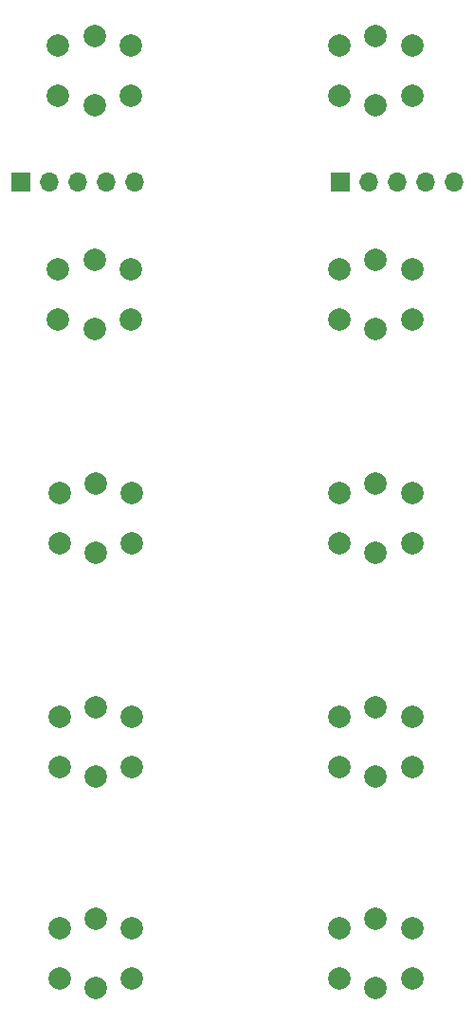
<source format=gbr>
%TF.GenerationSoftware,KiCad,Pcbnew,8.0.2*%
%TF.CreationDate,2024-08-19T17:56:03+02:00*%
%TF.ProjectId,Deck-Btns,4465636b-2d42-4746-9e73-2e6b69636164,rev?*%
%TF.SameCoordinates,Original*%
%TF.FileFunction,Soldermask,Top*%
%TF.FilePolarity,Negative*%
%FSLAX46Y46*%
G04 Gerber Fmt 4.6, Leading zero omitted, Abs format (unit mm)*
G04 Created by KiCad (PCBNEW 8.0.2) date 2024-08-19 17:56:03*
%MOMM*%
%LPD*%
G01*
G04 APERTURE LIST*
%ADD10C,2.000000*%
%ADD11R,1.700000X1.700000*%
%ADD12O,1.700000X1.700000*%
G04 APERTURE END LIST*
D10*
%TO.C,SW10*%
X104371320Y-121628680D03*
X110871320Y-121628680D03*
X104371320Y-126128680D03*
X110871320Y-126128680D03*
X107621320Y-120778680D03*
X107621320Y-126978680D03*
%TD*%
%TO.C,SW9*%
X104371320Y-102750000D03*
X110871320Y-102750000D03*
X104371320Y-107250000D03*
X110871320Y-107250000D03*
X107621320Y-101900000D03*
X107621320Y-108100000D03*
%TD*%
%TO.C,SW8*%
X104371320Y-82750000D03*
X110871320Y-82750000D03*
X104371320Y-87250000D03*
X110871320Y-87250000D03*
X107621320Y-81900000D03*
X107621320Y-88100000D03*
%TD*%
%TO.C,SW7*%
X104371320Y-62750000D03*
X110871320Y-62750000D03*
X104371320Y-67250000D03*
X110871320Y-67250000D03*
X107621320Y-61900000D03*
X107621320Y-68100000D03*
%TD*%
%TO.C,SW6*%
X104371320Y-42750000D03*
X110871320Y-42750000D03*
X104371320Y-47250000D03*
X110871320Y-47250000D03*
X107621320Y-41900000D03*
X107621320Y-48100000D03*
%TD*%
%TO.C,SW5*%
X79371320Y-121628680D03*
X85871320Y-121628680D03*
X79371320Y-126128680D03*
X85871320Y-126128680D03*
X82621320Y-120778680D03*
X82621320Y-126978680D03*
%TD*%
%TO.C,SW4*%
X79371320Y-102750000D03*
X85871320Y-102750000D03*
X79371320Y-107250000D03*
X85871320Y-107250000D03*
X82621320Y-101900000D03*
X82621320Y-108100000D03*
%TD*%
%TO.C,SW3*%
X79371320Y-82750000D03*
X85871320Y-82750000D03*
X79371320Y-87250000D03*
X85871320Y-87250000D03*
X82621320Y-81900000D03*
X82621320Y-88100000D03*
%TD*%
%TO.C,SW2*%
X79250000Y-62750000D03*
X85750000Y-62750000D03*
X79250000Y-67250000D03*
X85750000Y-67250000D03*
X82500000Y-61900000D03*
X82500000Y-68100000D03*
%TD*%
%TO.C,SW1*%
X79250000Y-42750000D03*
X85750000Y-42750000D03*
X79250000Y-47250000D03*
X85750000Y-47250000D03*
X82500000Y-41900000D03*
X82500000Y-48100000D03*
%TD*%
D11*
%TO.C,J2*%
X104425000Y-55000000D03*
D12*
X106965000Y-55000000D03*
X109505000Y-55000000D03*
X112045000Y-55000000D03*
X114585000Y-55000000D03*
%TD*%
D11*
%TO.C,J1*%
X75925000Y-55000000D03*
D12*
X78465000Y-55000000D03*
X81005000Y-55000000D03*
X83545000Y-55000000D03*
X86085000Y-55000000D03*
%TD*%
M02*

</source>
